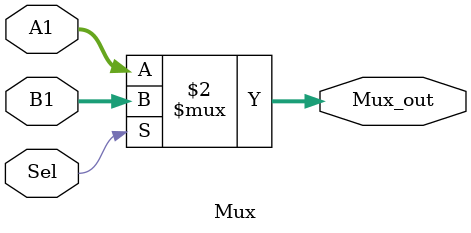
<source format=v>
module Mux (
 input Sel,
 input [31:0] A1, B1,
 output [31:0] Mux_out
);

assign Mux_out = (Sel==1'b0) ? A1: B1;

endmodule
</source>
